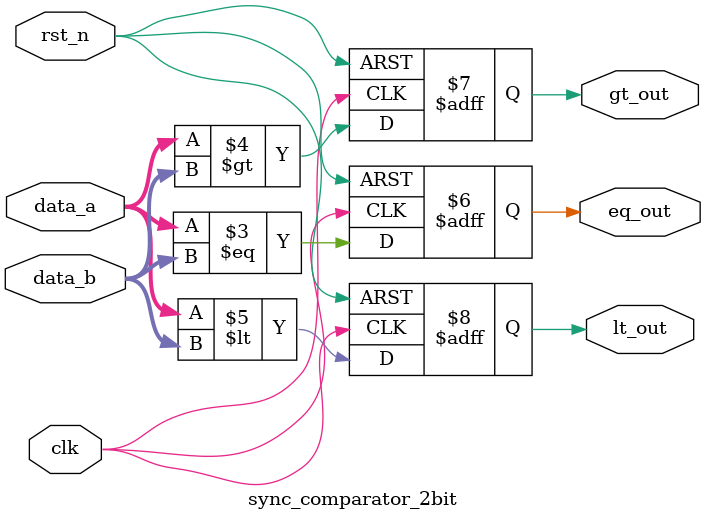
<source format=sv>
module sync_comparator_2bit(
    input wire clk,
    input wire rst_n,  // Active-low reset
    input wire [1:0] data_a,
    input wire [1:0] data_b,
    output reg eq_out,  // Equal
    output reg gt_out,  // Greater than
    output reg lt_out   // Less than
);
    // Registered comparison results
    always @(posedge clk or negedge rst_n) begin
        if (!rst_n) begin
            // Reset values
            eq_out <= 1'b0;
            gt_out <= 1'b0;
            lt_out <= 1'b0;
        end else begin
            // Equality comparison
            eq_out <= (data_a == data_b);
            
            // Greater than comparison
            gt_out <= (data_a > data_b);
            
            // Less than comparison
            lt_out <= (data_a < data_b);
        end
    end
endmodule
</source>
